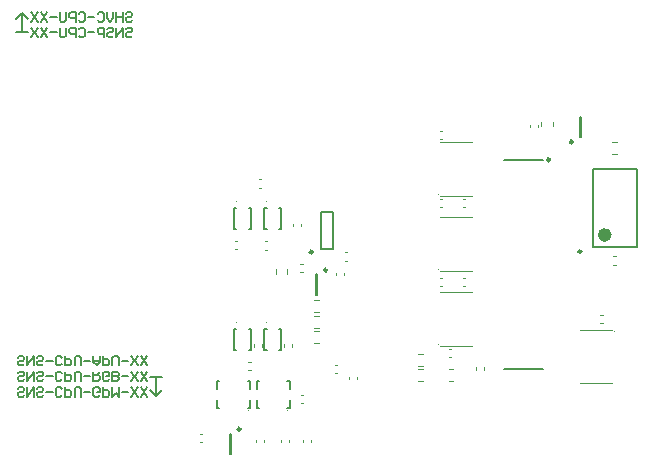
<source format=gbo>
G04*
G04 #@! TF.GenerationSoftware,Altium Limited,Altium Designer,22.6.1 (34)*
G04*
G04 Layer_Color=32896*
%FSLAX24Y24*%
%MOIN*%
G70*
G04*
G04 #@! TF.SameCoordinates,BFD713BD-E5D5-4BF8-98F0-1AC20243F701*
G04*
G04*
G04 #@! TF.FilePolarity,Positive*
G04*
G01*
G75*
%ADD10C,0.0098*%
%ADD11C,0.0079*%
%ADD12C,0.0039*%
%ADD14C,0.0060*%
%ADD15C,0.0059*%
%ADD16C,0.0020*%
%ADD111C,0.0236*%
D10*
X10649Y7112D02*
G03*
X10649Y7112I-49J0D01*
G01*
X18563Y10187D02*
G03*
X18563Y10187I-49J0D01*
G01*
X19606Y7126D02*
G03*
X19606Y7126I-49J0D01*
G01*
X11132Y6506D02*
G03*
X11132Y6506I-49J0D01*
G01*
X8252Y1201D02*
G03*
X8252Y1201I-49J0D01*
G01*
X19321Y10778D02*
G03*
X19321Y10778I-49J0D01*
G01*
D11*
X10944Y8431D02*
X11338D01*
Y7210D02*
Y8431D01*
X10944Y7210D02*
Y8431D01*
Y7210D02*
X11338D01*
X9528Y8583D02*
X9596D01*
Y7874D02*
Y8583D01*
X9528Y7874D02*
X9596D01*
X9045Y8583D02*
X9114D01*
X9045Y7874D02*
X9114D01*
X9045D02*
Y8583D01*
X19990Y9882D02*
X21447D01*
Y7283D02*
Y9882D01*
X19990Y7283D02*
Y9882D01*
Y7283D02*
X21447D01*
X9813Y2805D02*
X9882D01*
Y2539D02*
Y2805D01*
X9813Y1900D02*
X9882D01*
Y2165D01*
X8780Y2539D02*
Y2805D01*
X8848D01*
X8780Y1900D02*
X8848D01*
X8780D02*
Y2165D01*
X10768Y6358D02*
X10807D01*
Y5689D02*
Y6358D01*
X10768Y5689D02*
Y6358D01*
Y5689D02*
X10807D01*
X7888Y1053D02*
X7927D01*
X7888Y384D02*
X7927D01*
Y1053D01*
X7888Y384D02*
Y1053D01*
X7461Y1900D02*
X7530D01*
X7461D02*
Y2165D01*
X8494Y2805D02*
X8563D01*
Y2539D02*
Y2805D01*
X8494Y1900D02*
X8563D01*
Y2165D01*
X7461Y2539D02*
Y2805D01*
X7530D01*
X19547Y10925D02*
X19587D01*
X19547Y11594D02*
X19587D01*
X19547Y10925D02*
Y11594D01*
X19587Y10925D02*
Y11594D01*
X8041Y3839D02*
Y4547D01*
X8593Y3839D02*
Y4547D01*
X8041D02*
X8110D01*
X8041Y3839D02*
X8110D01*
X8524Y4547D02*
X8593D01*
X8524Y3839D02*
X8593D01*
X9528Y3839D02*
X9596D01*
X9528Y4547D02*
X9596D01*
X9045Y3839D02*
X9114D01*
X9045Y4547D02*
X9114D01*
X9596Y3839D02*
Y4547D01*
X9045Y3839D02*
Y4547D01*
X8524Y8583D02*
X8593D01*
Y7874D02*
Y8583D01*
X8524Y7874D02*
X8593D01*
X8041Y8583D02*
X8110D01*
X8041Y7874D02*
X8110D01*
X8041D02*
Y8583D01*
D12*
X9134Y8799D02*
G03*
X9134Y8799I-20J0D01*
G01*
X9823Y1821D02*
G03*
X9823Y1821I-20J0D01*
G01*
X8504D02*
G03*
X8504Y1821I-20J0D01*
G01*
X14852Y4040D02*
G03*
X14852Y4040I-20J0D01*
G01*
Y6540D02*
G03*
X14852Y6540I-20J0D01*
G01*
Y9040D02*
G03*
X14852Y9040I-20J0D01*
G01*
X20712Y4460D02*
G03*
X20712Y4460I-20J0D01*
G01*
X8130Y4764D02*
G03*
X8130Y4764I-20J0D01*
G01*
X9134Y4764D02*
G03*
X9134Y4764I-20J0D01*
G01*
X8130Y8799D02*
G03*
X8130Y8799I-20J0D01*
G01*
X14892Y5758D02*
X15974D01*
X14893Y3985D02*
X15976D01*
X14892Y8258D02*
X15974D01*
X14893Y6485D02*
X15976D01*
X14892Y10758D02*
X15974D01*
X14893Y8985D02*
X15976D01*
X19550Y2742D02*
X20633D01*
X19549Y4515D02*
X20631D01*
D14*
X17037Y10187D02*
X18317D01*
X17037Y3199D02*
X18317D01*
D15*
X5236Y2510D02*
X5433Y2313D01*
X5236Y2953D02*
X5630D01*
X975Y14429D02*
Y15069D01*
X5433Y2313D02*
Y2953D01*
Y2313D02*
X5630Y2510D01*
X778Y14872D02*
X975Y15069D01*
X1172Y14872D01*
X778Y14429D02*
X1172D01*
X1037Y2340D02*
X984Y2288D01*
X879D01*
X827Y2340D01*
Y2393D01*
X879Y2445D01*
X984D01*
X1037Y2498D01*
Y2550D01*
X984Y2602D01*
X879D01*
X827Y2550D01*
X1142Y2602D02*
Y2288D01*
X1352Y2602D01*
Y2288D01*
X1666Y2340D02*
X1614Y2288D01*
X1509D01*
X1457Y2340D01*
Y2393D01*
X1509Y2445D01*
X1614D01*
X1666Y2498D01*
Y2550D01*
X1614Y2602D01*
X1509D01*
X1457Y2550D01*
X1771Y2445D02*
X1981D01*
X2296Y2340D02*
X2244Y2288D01*
X2139D01*
X2086Y2340D01*
Y2550D01*
X2139Y2602D01*
X2244D01*
X2296Y2550D01*
X2401Y2602D02*
Y2288D01*
X2559D01*
X2611Y2340D01*
Y2445D01*
X2559Y2498D01*
X2401D01*
X2716Y2288D02*
Y2550D01*
X2768Y2602D01*
X2873D01*
X2926Y2550D01*
Y2288D01*
X3031Y2445D02*
X3241D01*
X3556Y2340D02*
X3503Y2288D01*
X3398D01*
X3346Y2340D01*
Y2550D01*
X3398Y2602D01*
X3503D01*
X3556Y2550D01*
Y2445D01*
X3451D01*
X3661Y2602D02*
Y2288D01*
X3818D01*
X3870Y2340D01*
Y2445D01*
X3818Y2498D01*
X3661D01*
X3975Y2602D02*
Y2288D01*
X4080Y2393D01*
X4185Y2288D01*
Y2602D01*
X4290Y2445D02*
X4500D01*
X4605Y2288D02*
X4815Y2602D01*
Y2288D02*
X4605Y2602D01*
X4920Y2288D02*
X5130Y2602D01*
Y2288D02*
X4920Y2602D01*
X1037Y2860D02*
X984Y2807D01*
X879D01*
X827Y2860D01*
Y2912D01*
X879Y2965D01*
X984D01*
X1037Y3017D01*
Y3070D01*
X984Y3122D01*
X879D01*
X827Y3070D01*
X1142Y3122D02*
Y2807D01*
X1352Y3122D01*
Y2807D01*
X1666Y2860D02*
X1614Y2807D01*
X1509D01*
X1457Y2860D01*
Y2912D01*
X1509Y2965D01*
X1614D01*
X1666Y3017D01*
Y3070D01*
X1614Y3122D01*
X1509D01*
X1457Y3070D01*
X1771Y2965D02*
X1981D01*
X2296Y2860D02*
X2244Y2807D01*
X2139D01*
X2086Y2860D01*
Y3070D01*
X2139Y3122D01*
X2244D01*
X2296Y3070D01*
X2401Y3122D02*
Y2807D01*
X2559D01*
X2611Y2860D01*
Y2965D01*
X2559Y3017D01*
X2401D01*
X2716Y2807D02*
Y3070D01*
X2768Y3122D01*
X2873D01*
X2926Y3070D01*
Y2807D01*
X3031Y2965D02*
X3241D01*
X3346Y3122D02*
Y2807D01*
X3503D01*
X3556Y2860D01*
Y2965D01*
X3503Y3017D01*
X3346D01*
X3451D02*
X3556Y3122D01*
X3870Y2860D02*
X3818Y2807D01*
X3713D01*
X3661Y2860D01*
Y3070D01*
X3713Y3122D01*
X3818D01*
X3870Y3070D01*
Y2965D01*
X3765D01*
X3975Y2807D02*
Y3122D01*
X4133D01*
X4185Y3070D01*
Y3017D01*
X4133Y2965D01*
X3975D01*
X4133D01*
X4185Y2912D01*
Y2860D01*
X4133Y2807D01*
X3975D01*
X4290Y2965D02*
X4500D01*
X4605Y2807D02*
X4815Y3122D01*
Y2807D02*
X4605Y3122D01*
X4920Y2807D02*
X5130Y3122D01*
Y2807D02*
X4920Y3122D01*
X1037Y3379D02*
X984Y3327D01*
X879D01*
X827Y3379D01*
Y3432D01*
X879Y3484D01*
X984D01*
X1037Y3537D01*
Y3589D01*
X984Y3642D01*
X879D01*
X827Y3589D01*
X1142Y3642D02*
Y3327D01*
X1352Y3642D01*
Y3327D01*
X1666Y3379D02*
X1614Y3327D01*
X1509D01*
X1457Y3379D01*
Y3432D01*
X1509Y3484D01*
X1614D01*
X1666Y3537D01*
Y3589D01*
X1614Y3642D01*
X1509D01*
X1457Y3589D01*
X1771Y3484D02*
X1981D01*
X2296Y3379D02*
X2244Y3327D01*
X2139D01*
X2086Y3379D01*
Y3589D01*
X2139Y3642D01*
X2244D01*
X2296Y3589D01*
X2401Y3642D02*
Y3327D01*
X2559D01*
X2611Y3379D01*
Y3484D01*
X2559Y3537D01*
X2401D01*
X2716Y3327D02*
Y3589D01*
X2768Y3642D01*
X2873D01*
X2926Y3589D01*
Y3327D01*
X3031Y3484D02*
X3241D01*
X3346Y3642D02*
Y3432D01*
X3451Y3327D01*
X3556Y3432D01*
Y3642D01*
Y3484D01*
X3346D01*
X3661Y3642D02*
Y3327D01*
X3818D01*
X3870Y3379D01*
Y3484D01*
X3818Y3537D01*
X3661D01*
X3975Y3327D02*
Y3589D01*
X4028Y3642D01*
X4133D01*
X4185Y3589D01*
Y3327D01*
X4290Y3484D02*
X4500D01*
X4605Y3327D02*
X4815Y3642D01*
Y3327D02*
X4605Y3642D01*
X4920Y3327D02*
X5130Y3642D01*
Y3327D02*
X4920Y3642D01*
X4426Y15054D02*
X4478Y15106D01*
X4583D01*
X4636Y15054D01*
Y15001D01*
X4583Y14949D01*
X4478D01*
X4426Y14896D01*
Y14844D01*
X4478Y14791D01*
X4583D01*
X4636Y14844D01*
X4321Y15106D02*
Y14791D01*
Y14949D01*
X4111D01*
Y15106D01*
Y14791D01*
X4006Y15106D02*
Y14896D01*
X3901Y14791D01*
X3796Y14896D01*
Y15106D01*
X3481Y15054D02*
X3534Y15106D01*
X3639D01*
X3691Y15054D01*
Y14844D01*
X3639Y14791D01*
X3534D01*
X3481Y14844D01*
X3376Y14949D02*
X3166D01*
X2852Y15054D02*
X2904Y15106D01*
X3009D01*
X3062Y15054D01*
Y14844D01*
X3009Y14791D01*
X2904D01*
X2852Y14844D01*
X2747Y14791D02*
Y15106D01*
X2589D01*
X2537Y15054D01*
Y14949D01*
X2589Y14896D01*
X2747D01*
X2432Y15106D02*
Y14844D01*
X2379Y14791D01*
X2274D01*
X2222Y14844D01*
Y15106D01*
X2117Y14949D02*
X1907D01*
X1802Y15106D02*
X1592Y14791D01*
Y15106D02*
X1802Y14791D01*
X1487Y15106D02*
X1277Y14791D01*
Y15106D02*
X1487Y14791D01*
X4426Y14534D02*
X4478Y14587D01*
X4583D01*
X4636Y14534D01*
Y14482D01*
X4583Y14429D01*
X4478D01*
X4426Y14377D01*
Y14324D01*
X4478Y14272D01*
X4583D01*
X4636Y14324D01*
X4321Y14272D02*
Y14587D01*
X4111Y14272D01*
Y14587D01*
X3796Y14534D02*
X3849Y14587D01*
X3954D01*
X4006Y14534D01*
Y14482D01*
X3954Y14429D01*
X3849D01*
X3796Y14377D01*
Y14324D01*
X3849Y14272D01*
X3954D01*
X4006Y14324D01*
X3691Y14272D02*
Y14587D01*
X3534D01*
X3481Y14534D01*
Y14429D01*
X3534Y14377D01*
X3691D01*
X3376Y14429D02*
X3166D01*
X2852Y14534D02*
X2904Y14587D01*
X3009D01*
X3062Y14534D01*
Y14324D01*
X3009Y14272D01*
X2904D01*
X2852Y14324D01*
X2747Y14272D02*
Y14587D01*
X2589D01*
X2537Y14534D01*
Y14429D01*
X2589Y14377D01*
X2747D01*
X2432Y14587D02*
Y14324D01*
X2379Y14272D01*
X2274D01*
X2222Y14324D01*
Y14587D01*
X2117Y14429D02*
X1907D01*
X1802Y14587D02*
X1592Y14272D01*
Y14587D02*
X1802Y14272D01*
X1487Y14587D02*
X1277Y14272D01*
Y14587D02*
X1487Y14272D01*
D16*
X20630Y10758D02*
X20787D01*
X20630Y10364D02*
X20787D01*
X18661Y11299D02*
Y11457D01*
X18268Y11299D02*
Y11457D01*
X18169Y11260D02*
Y11339D01*
X17894Y11260D02*
Y11339D01*
X9862Y768D02*
Y846D01*
X9587Y768D02*
Y846D01*
X11870Y2874D02*
Y2953D01*
X12146Y2874D02*
Y2953D01*
X10610Y768D02*
Y846D01*
X10335Y768D02*
Y846D01*
X10699Y5492D02*
X10856D01*
X10699Y5098D02*
X10856D01*
X10699Y4980D02*
X10856D01*
X10699Y4587D02*
X10856D01*
X10699Y4469D02*
X10856D01*
X10699Y4075D02*
X10856D01*
X16358Y3179D02*
Y3258D01*
X16083Y3179D02*
Y3258D01*
X14173Y3209D02*
X14331D01*
X14173Y2815D02*
X14331D01*
X8848Y9528D02*
X8927D01*
X8848Y9252D02*
X8927D01*
X15187Y3209D02*
X15344D01*
X15187Y2815D02*
X15344D01*
X14173Y3711D02*
X14331D01*
X14173Y3317D02*
X14331D01*
X6890Y1053D02*
X6969D01*
X6890Y778D02*
X6969D01*
X8750Y768D02*
Y846D01*
X9026Y768D02*
Y846D01*
X8504Y3179D02*
X8583D01*
X8504Y3455D02*
X8583D01*
X10266Y2067D02*
X10344D01*
X10266Y2343D02*
X10344D01*
X10236Y6722D02*
X10315D01*
X10236Y6447D02*
X10315D01*
X11693Y6339D02*
Y6417D01*
X11417Y6339D02*
Y6417D01*
X20236Y4734D02*
X20315D01*
X20236Y5010D02*
X20315D01*
X14882Y11152D02*
X14961D01*
X14882Y10876D02*
X14961D01*
X15659Y8878D02*
X15738D01*
X15659Y8602D02*
X15738D01*
X14892Y8612D02*
X14970D01*
X14892Y8888D02*
X14970D01*
X15659Y6250D02*
X15738D01*
X15659Y5974D02*
X15738D01*
X14892Y6250D02*
X14970D01*
X14892Y5974D02*
X14970D01*
X15187Y3888D02*
X15266D01*
X15187Y3612D02*
X15266D01*
X20679Y6959D02*
X20758D01*
X20679Y6683D02*
X20758D01*
X10256Y7972D02*
Y8051D01*
X9980Y7972D02*
Y8051D01*
X11398Y3071D02*
X11476D01*
X11398Y3346D02*
X11476D01*
X11732Y7096D02*
X11811D01*
X11732Y6821D02*
X11811D01*
X9065Y7461D02*
X9144D01*
X9065Y7185D02*
X9144D01*
X8061Y7470D02*
X8140D01*
X8061Y7195D02*
X8140D01*
X9961Y3947D02*
Y4026D01*
X9685Y3947D02*
Y4026D01*
X8957Y3947D02*
Y4026D01*
X8681Y3947D02*
Y4026D01*
X9813Y6378D02*
Y6535D01*
X9419Y6378D02*
Y6535D01*
D111*
X20502Y7677D02*
G03*
X20502Y7677I-118J0D01*
G01*
M02*

</source>
